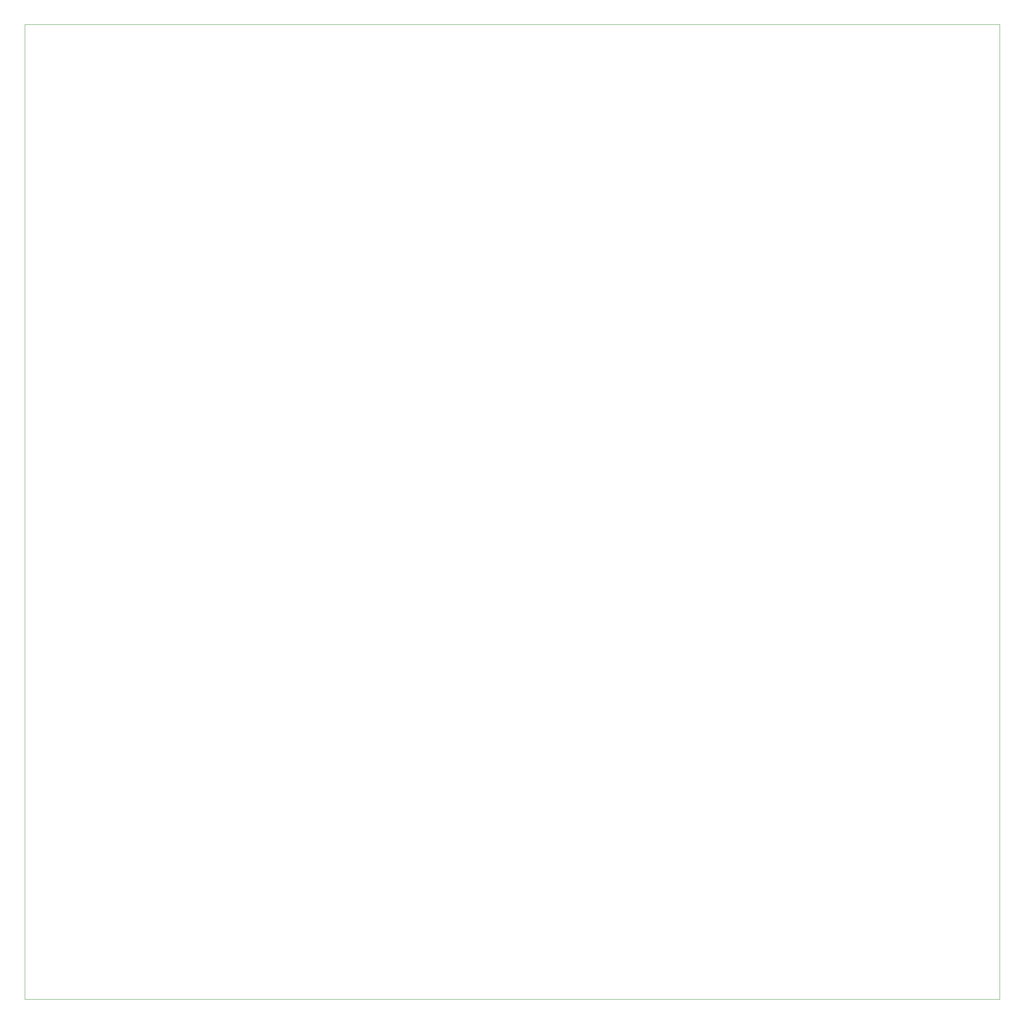
<source format=gbr>
%TF.GenerationSoftware,KiCad,Pcbnew,(5.1.5)-2*%
%TF.CreationDate,2019-12-29T12:45:18-05:00*%
%TF.ProjectId,main_led_pcb,6d61696e-5f6c-4656-945f-7063622e6b69,rev?*%
%TF.SameCoordinates,Original*%
%TF.FileFunction,Profile,NP*%
%FSLAX46Y46*%
G04 Gerber Fmt 4.6, Leading zero omitted, Abs format (unit mm)*
G04 Created by KiCad (PCBNEW (5.1.5)-2) date 2019-12-29 12:45:18*
%MOMM*%
%LPD*%
G04 APERTURE LIST*
%ADD10C,0.100000*%
G04 APERTURE END LIST*
D10*
X220000000Y-220000000D02*
X0Y-220000000D01*
X220000000Y0D02*
X220000000Y-220000000D01*
X0Y0D02*
X220000000Y0D01*
X0Y0D02*
X0Y-220000000D01*
M02*

</source>
